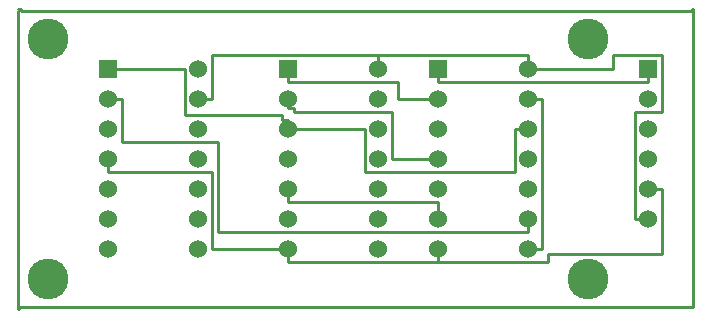
<source format=gbr>
G04 start of page 2 for group 0 idx 0 *
G04 Title: (unknown), top *
G04 Creator: pcb 20140316 *
G04 CreationDate: Sat 09 Apr 2022 06:06:23 PM GMT UTC *
G04 For: steve *
G04 Format: Gerber/RS-274X *
G04 PCB-Dimensions (mil): 2250.00 1000.00 *
G04 PCB-Coordinate-Origin: lower left *
%MOIN*%
%FSLAX25Y25*%
%LNTOP*%
%ADD15C,0.1100*%
%ADD14C,0.1360*%
%ADD13C,0.0600*%
%ADD12C,0.0001*%
%ADD11C,0.0100*%
G54D11*X90000Y20000D02*X64500D01*
X170000Y25500D02*X66500D01*
X115500Y60000D02*X90000D01*
X115500D02*Y45500D01*
X88000Y64500D02*Y63000D01*
X90000D02*X88000D01*
X90000D02*Y60000D01*
X165500Y45500D02*X115500D01*
X165500Y60000D02*Y45500D01*
X170000Y60000D02*X165500D01*
X140000Y50000D02*X124500D01*
X140000Y35500D02*Y30000D01*
Y35500D02*X90000D01*
Y40000D02*Y35500D01*
X140000Y20000D02*Y15500D01*
X90000D01*
Y20000D02*Y15500D01*
X214500Y40000D02*X210000D01*
X214500D02*Y18300D01*
X176500D01*
Y15500D01*
X140000D01*
X224800Y600D02*X600D01*
X0Y0D01*
X210000Y30000D02*X205500D01*
X120000Y84500D02*Y80000D01*
X126500Y75500D02*X90000D01*
X55500Y80000D02*Y64500D01*
X120000Y84500D02*X64500D01*
X90000Y80000D02*Y75500D01*
X92000Y67000D02*Y65500D01*
Y67000D02*X90000D01*
Y70000D02*Y67000D01*
X124500Y65500D02*X92000D01*
X64500Y84500D02*Y70000D01*
X60000D01*
X88000Y64500D02*X55500D01*
X1000Y99300D02*X224300D01*
X225000Y100000D01*
X0Y99200D02*X800Y100000D01*
X0D01*
X170000Y84500D02*Y80000D01*
X198300D02*X170000D01*
X210000Y75500D02*X140000D01*
Y80000D02*Y75500D01*
X170000Y84500D02*X120000D01*
X214500D02*X198300D01*
X205500Y65500D02*Y30000D01*
X174500Y20000D02*X170000D01*
X174500Y70000D02*Y20000D01*
Y70000D02*X170000D01*
Y30000D02*Y25500D01*
X214500Y65500D02*X205500D01*
X214500Y84500D02*Y65500D01*
X198300Y84500D02*Y80000D01*
X210000D02*Y75500D01*
X225000Y100000D02*Y800D01*
X224800Y600D01*
X140000Y70000D02*X126500D01*
Y75500D02*Y70000D01*
X124500Y65500D02*Y50000D01*
X64500Y45500D02*Y20000D01*
Y45500D02*X30000D01*
Y50000D02*Y45500D01*
X66500Y55500D02*Y25500D01*
Y55500D02*X34500D01*
Y70000D02*Y55500D01*
Y70000D02*X30000D01*
X55500Y80000D02*X30000D01*
X0Y0D02*Y99200D01*
G54D12*G36*
X207000Y83000D02*Y77000D01*
X213000D01*
Y83000D01*
X207000D01*
G37*
G54D13*X210000Y70000D03*
Y60000D03*
Y50000D03*
Y40000D03*
Y30000D03*
G54D12*G36*
X27000Y83000D02*Y77000D01*
X33000D01*
Y83000D01*
X27000D01*
G37*
G54D13*X60000Y80000D03*
G54D12*G36*
X87000Y83000D02*Y77000D01*
X93000D01*
Y83000D01*
X87000D01*
G37*
G54D13*X30000Y70000D03*
X60000D03*
X90000D03*
X30000Y60000D03*
X60000D03*
X90000D03*
X30000Y50000D03*
X60000D03*
X30000Y40000D03*
Y30000D03*
Y20000D03*
X60000D03*
Y30000D03*
Y40000D03*
X90000Y50000D03*
Y40000D03*
Y30000D03*
Y20000D03*
X120000D03*
Y30000D03*
Y40000D03*
Y50000D03*
X140000D03*
Y40000D03*
X120000Y60000D03*
X140000D03*
X170000D03*
X120000Y70000D03*
Y80000D03*
G54D12*G36*
X137000Y83000D02*Y77000D01*
X143000D01*
Y83000D01*
X137000D01*
G37*
G54D13*X140000Y70000D03*
X170000D03*
Y80000D03*
X140000Y30000D03*
Y20000D03*
X170000D03*
Y30000D03*
Y40000D03*
Y50000D03*
G54D14*X190000Y90000D03*
Y10000D03*
X10000Y90000D03*
Y10000D03*
G54D15*M02*

</source>
